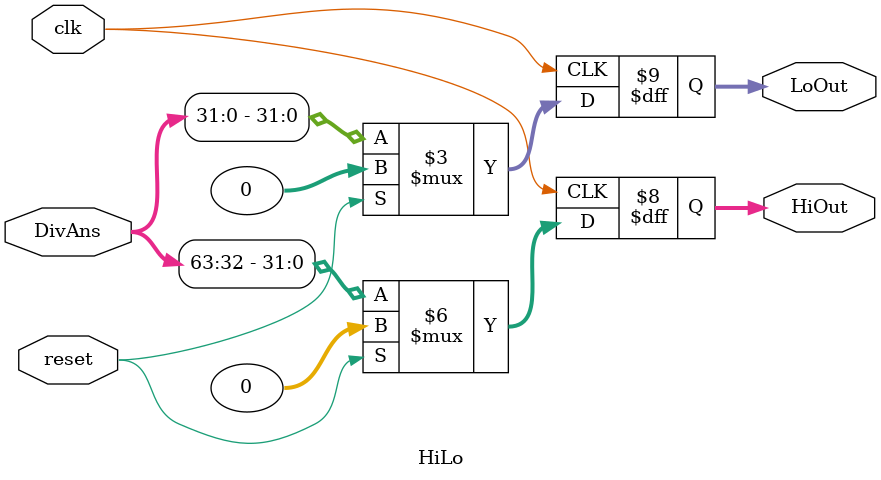
<source format=v>
/*
module HiLo(clk, DivAns, HiOut, LoOut, reset);
  input        clk ;
  input        reset ;
  input [63:0] DivAns;
  
  output reg [31:0] HiOut;
  output reg [31:0] LoOut;
  
  always@(posedge clk) begin
    if (reset) begin
      HiOut <= 32'b0;
      LoOut <= 32'b0;
    end else begin
      HiOut <= DivAns[63:32];
      LoOut <= DivAns[31:0];
    end
  end
endmodule
*/
module HiLo(clk, DivAns, HiOut, LoOut, reset);
  input        clk ;
  input        reset ;
  input [63:0] DivAns;
  
  output reg [31:0] HiOut;
  output reg [31:0] LoOut;
  
  always@(posedge clk) begin
    if (reset) begin
      HiOut <= 32'b0;
      LoOut <= 32'b0;
    end else begin
      HiOut <= DivAns[63:32];
      LoOut <= DivAns[31:0];
    end
  end
  endmodule
</source>
